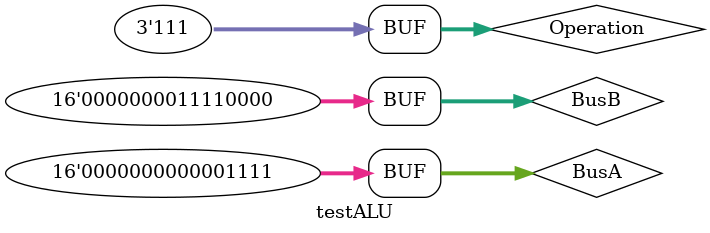
<source format=v>
module ALU
(
    input [15:0] BusA,              // Bus line for A - Input
    input [15:0] BusB,              // Bus line for B - Input
    output reg [15:0] BusC,         // Bus line for C - Output
    input [2:0] Operation,          // Busline defining the operation of ALU
    output reg FlagZ                // Z Flag for if else conditions
);

    // Operation Identifiers
    parameter RESETCBUS = 3'b000;   // [C = 0] and [Z = 0]
    parameter ADDITION  = 3'b001;   // [C = A + B] and [Z = 0]
    parameter SUBSTRACT = 3'b010;   // [C = A - B] and [Z = 1 if A = 0]
    parameter MULTIPLY2 = 3'b100;   // [C = A x 2] and [Z = 0]
    parameter MULTIPLY4 = 3'b101;   // [C = A x 4] and [Z = 0]
    parameter DIVISION2 = 3'b110;   // [C = A / 2] and [Z = 0]
    parameter DIVISION4 = 3'b111;   // [C = A / 4] and [Z = 0]
    parameter GOTHROUGH = 3'b011;   // [C = B] and [Z = 1 if A = 0]
	
    always @ (Operation or BusA or BusB)
        begin
            case (Operation)
                // Addition
                ADDITION:
                    begin
                        BusC = BusA + BusB;
                        FlagZ = 1'b0;
                    end
                // Substraction
                SUBSTRACT:
                    begin
                        BusC = BusA - BusB;
                        FlagZ = ((BusA == 16'b0000_0000_0000_0000) ? 1'b1 : 1'b0);
                    end
                // Multiplication by 2
                MULTIPLY2:
                    begin
                        BusC = BusA << 1;
                        FlagZ = 1'b0;
                    end
                // Multiplication by 4
                MULTIPLY4:
                    begin
                        BusC = BusA << 2;
                        FlagZ = 1'b0;
                    end
                // Division by 2
                DIVISION2:
                    begin
                        BusC = BusA >> 1;
                        FlagZ = 1'b0;
                    end
                // Division by 4
                DIVISION4:
                    begin
                        BusC = BusA >> 2;
                        FlagZ = 1'b0;
                    end
                // Reset Bus line C
                RESETCBUS:
                    begin
                        BusC = 16'b0000_0000_0000_0000;
                        FlagZ = 1'b0;
                    end
                // Go through ALU
                GOTHROUGH:
                    begin
                        BusC = BusB;
                        FlagZ = ((BusA == 16'b0000_0000_0000_0000) ? 1'b1 : 1'b0);
                    end
                // Default Case
                default:
                    begin
                        BusC = 16'b0000_0000_0000_0000;
                        FlagZ = 1'b0;
                    end
            endcase
        end

endmodule

/*****************************************************************************/
/**************************** TEST BENCH FOR ALU *****************************/
/*****************************************************************************/
module testALU;

    // Registers for inputs
    reg [15:0] BusA, BusB;
    reg [2:0] Operation;
    // Output wires
    wire FlagZ;
    wire [15:0] BusC;
    
    // Operation Identifiers
    parameter RESETCBUS = 3'b000;   // [C = 0] and [Z = 0]
    parameter ADDITION  = 3'b001;   // [C = A + B] and [Z = 0]
    parameter SUBSTRACT = 3'b010;   // [C = A - B] and [Z = 1 if A = 0]
    parameter MULTIPLY2 = 3'b100;   // [C = A x 2] and [Z = 0]
    parameter MULTIPLY4 = 3'b101;   // [C = A x 4] and [Z = 0]
    parameter DIVISION2 = 3'b110;   // [C = A / 2] and [Z = 0]
    parameter DIVISION4 = 3'b111;   // [C = A / 4] and [Z = 0]
    parameter GOTHROUGH = 3'b011;   // [C = B] and [Z = 1 if A = 0]
	
    ALU UUT(
        .BusA(BusA),
        .BusB(BusB),
        .BusC(BusC),
        .Operation(Operation),
        .FlagZ(FlagZ)	
    );
	
    // Initiate Input bus lines
    initial begin
        BusA = 16'b0000_0000_0000_0000;
        BusB = 16'b0000_0000_0000_0000;
        Operation = 3'b000;
    end
	
    // Run test
    initial begin
        #10 // Addition
            BusA = 16'b0000_0000_0000_1111;
            BusB = 16'b0000_0000_1111_0000;
            Operation = ADDITION;
        #10 // Substraction
            BusA = 16'b0000_0000_1111_1111;
            BusB = 16'b0000_0000_1111_0000;
            Operation = SUBSTRACT;
        #10 // Multiplication
            BusA = 16'b0000_0000_0000_1111;
            BusB = 16'b0000_0000_1111_0000;
            Operation = MULTIPLY2;
        #10 // Division
            BusA = 16'b0000_0000_0000_1111;
            BusB = 16'b0000_0000_1111_0000;
            Operation = DIVISION2;
        #10 // Go Through
            BusA = 16'b0000_1100_0011_0011;
            BusB = 16'b0000_1010_0101_0101;
            Operation = GOTHROUGH;
        #10 // Reset C Bus
            BusA = 16'b0000_0000_0000_1111;
            BusB = 16'b0000_0000_1111_0000;
            Operation = RESETCBUS;
        #10 // Default Cases
            BusA = 16'b0000_0000_0000_1111;
            BusB = 16'b0000_0000_1111_0000;
            Operation = MULTIPLY4;
        #10 // Default Cases
            BusA = 16'b0000_0000_0000_1111;
            BusB = 16'b0000_0000_1111_0000;
            Operation = DIVISION4;
    end

endmodule

</source>
